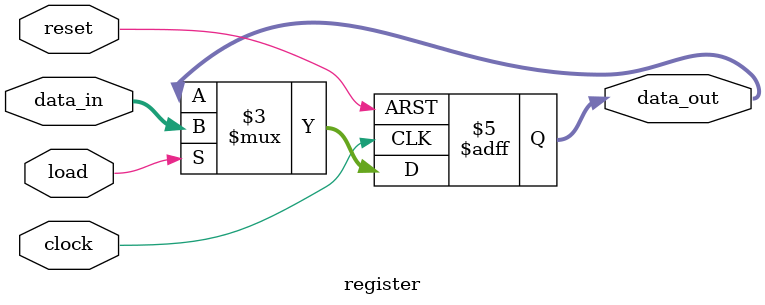
<source format=v>
`timescale 1ns / 1ps


module register
#(
    parameter WIDTH = 8
)
(
    input clock,
    input reset,
    input load,
    input [WIDTH - 1:0] data_in,
    output reg [WIDTH - 1:0] data_out
);
    always @ (posedge clock, negedge reset)
    begin
        if (~reset)
        begin
            data_out <= {WIDTH {1'b0}};
        end
        else if (load)
        begin
            data_out <= data_in;
        end
    end
endmodule

</source>
